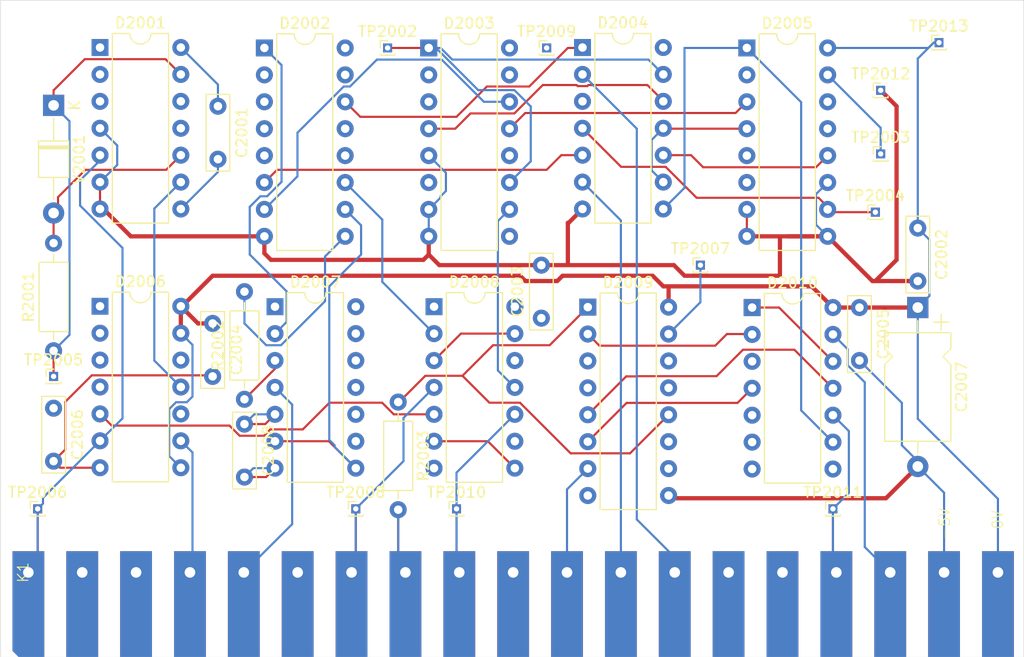
<source format=kicad_pcb>
(kicad_pcb (version 20240108) (generator "pcbnew") (generator_version "8.0")
  (title_block (title "PM2528 N20 (ADC Control)") (date "2024-08-29") (rev "1.0"))
  (layers (0 "F.Cu" signal) (31 "B.Cu" signal) (36 "B.SilkS" user "B.Silkscreen") (37 "F.SilkS" user "F.Silkscreen") (38 "B.Mask" user) (39 "F.Mask" user) (44 "Edge.Cuts" user))
  (net 0 "")
  (net 1 "HSM")
  (net 2 "RC")
  (net 3 "C20000")
  (net 4 "DN+")
  (net 5 "SRUP")
  (net 6 "COMP")
  (net 7 "XC20")
  (net 8 "-5V")
  (net 9 "SAZ")
  (net 10 "AZ")
  (net 12 "UP")
  (net 13 "POL")
  (net 14 "DN-")
  (net 16 "CP")
  (net 18 "GND2")
  (net 19 "CPC")
  (net 21 "/EC20")
  (net 22 "Net-(D2001B-R)")
  (net 23 "Net-(D2001B-D)")
  (net 24 "Net-(D2001A-~{Q})")
  (net 25 "/C20")
  (net 27 "Net-(D2002B-Q4)")
  (net 30 "/xAZ")
  (net 31 "/ECP")
  (net 33 "/~{RD}")
  (net 34 "Net-(D2002B-Q1)")
  (net 36 "/STD")
  (net 37 "/ERD")
  (net 38 "Net-(D2003A-C)")
  (net 39 "Net-(D2003A-J)")
  (net 40 "/~{CP}")
  (net 41 "/RDY")
  (net 43 "Net-(D2003B-J)")
  (net 44 "/SCP")
  (net 45 "Net-(D2005B-J)")
  (net 46 "Net-(D2005B-R)")
  (net 47 "Net-(D2004-Pad3)")
  (net 53 "Net-(D2007-Pad3)")
  (net 55 "/~{UP}")
  (net 57 "/ENC20")
  (net 59 "Net-(D2009A-J)")
  (net 60 "Net-(D2009A-K)")
  (net 61 "Net-(D2009B-J)")
  (net 62 "Net-(D2009A-~{Q})")
  (footprint "Connector_PinHeader_1.00mm:PinHeader_1x01_P1.00mm_Vertical" (layer "F.Cu") (at 104 120)
    (property "Reference" "TP2002")
    (property "Value" "TestPoint")
  )
  (footprint "Connector_PinHeader_1.00mm:PinHeader_1x01_P1.00mm_Vertical" (layer "F.Cu") (at 150.5 124)
    (property "Reference" "TP2012")
    (property "Value" "TestPoint")
  )
  (footprint "Connector_PinHeader_1.00mm:PinHeader_1x01_P1.00mm_Vertical" (layer "F.Cu") (at 146 163.5)
    (property "Reference" "TP2011")
    (property "Value" "TestPoint")
  )
  (footprint "Package_DIP:DIP-14_W7.62mm" (layer "F.Cu") (at 122.38 119.96)
    (property "Reference" "D2004")
    (property "Value" "HEF4071")
  )
  (footprint "Connector_PinHeader_1.00mm:PinHeader_1x01_P1.00mm_Vertical" (layer "F.Cu") (at 156 119.5)
    (property "Reference" "TP2013")
    (property "Value" "TestPoint")
  )
  (footprint "Connector_PinHeader_1.00mm:PinHeader_1x01_P1.00mm_Vertical" (layer "F.Cu") (at 119 120)
    (property "Reference" "TP2009")
    (property "Value" "TestPoint")
  )
  (footprint "Package_DIP:DIP-14_W7.62mm" (layer "F.Cu") (at 76.88 119.96)
    (property "Reference" "D2001")
    (property "Value" "HEF4013")
  )
  (footprint "Connector_PinHeader_1.00mm:PinHeader_1x01_P1.00mm_Vertical" (layer "F.Cu") (at 110.5 163.5)
    (property "Reference" "TP2010")
    (property "Value" "TestPoint")
  )
  (footprint "Connector_PinHeader_1.00mm:PinHeader_1x01_P1.00mm_Vertical" (layer "F.Cu") (at 101 163.5)
    (property "Reference" "TP2008")
    (property "Value" "TestPoint")
  )
  (footprint "Connector_PinHeader_1.00mm:PinHeader_1x01_P1.00mm_Vertical" (layer "F.Cu") (at 150 135.5)
    (property "Reference" "TP2004")
    (property "Value" "TestPoint")
  )
  (footprint "Capacitor_THT:C_Rect_L7.0mm_W2.0mm_P5.00mm" (layer "F.Cu") (at 148.5 144.5 -90)
    (property "Reference" "C2005")
    (property "Value" "22n")
  )
  (footprint "Capacitor_THT:C_Rect_L7.0mm_W2.0mm_P5.00mm" (layer "F.Cu") (at 87.5 146 -90)
    (property "Reference" "C2004")
    (property "Value" "22n")
  )
  (footprint "Package_DIP:DIP-14_W7.62mm" (layer "F.Cu") (at 138.38 144.5)
    (property "Reference" "D2010")
    (property "Value" "HEF4081")
  )
  (footprint "Package_DIP:DIP-16_W7.62mm" (layer "F.Cu") (at 92.38 120)
    (property "Reference" "D2002")
    (property "Value" "HEF4518")
  )
  (footprint "Capacitor_THT:C_Rect_L7.0mm_W2.0mm_P5.00mm" (layer "F.Cu") (at 72.5 154 -90)
    (property "Reference" "C2006")
    (property "Value" "100p")
  )
  (footprint "Package_DIP:DIP-16_W7.62mm" (layer "F.Cu") (at 122.88 144.46)
    (property "Reference" "D2009")
    (property "Value" "HEF4027")
  )
  (footprint "Capacitor_THT:CP_Axial_L10.0mm_D6.0mm_P15.00mm_Horizontal" (layer "F.Cu") (at 154 144.5 -90)
    (property "Reference" "C2007")
    (property "Value" "47u/10V")
  )
  (footprint "Package_DIP:DIP-14_W7.62mm" (layer "F.Cu") (at 108.38 144.42)
    (property "Reference" "D2008")
    (property "Value" "HEF4081")
  )
  (footprint "Package_DIP:DIP-14_W7.62mm" (layer "F.Cu") (at 76.88 144.38)
    (property "Reference" "D2006")
    (property "Value" "HEF4070")
  )
  (footprint "Resistor_THT:R_Axial_DIN0207_L6.3mm_D2.5mm_P10.16mm_Horizontal" (layer "F.Cu") (at 72.5 148.58 90)
    (property "Reference" "R2001")
    (property "Value" "15k4")
  )
  (footprint "Diode_THT:D_T-1_P10.16mm_Horizontal" (layer "F.Cu") (at 72.5 125.42 -90)
    (property "Reference" "V2001")
    (property "Value" "BAW62")
  )
  (footprint "Package_DIP:DIP-14_W7.62mm" (layer "F.Cu") (at 93.38 144.42)
    (property "Reference" "D2007")
    (property "Value" "HEF4081")
  )
  (footprint "Connector_PinHeader_1.00mm:PinHeader_1x01_P1.00mm_Vertical" (layer "F.Cu") (at 150.5 130)
    (property "Reference" "TP2003")
    (property "Value" "TestPoint")
  )
  (footprint "Capacitor_THT:C_Rect_L7.0mm_W2.0mm_P5.00mm" (layer "F.Cu") (at 88 125.5 -90)
    (property "Reference" "C2001")
    (property "Value" "22n")
  )
  (footprint "Package_DIP:DIP-16_W7.62mm" (layer "F.Cu") (at 107.88 120)
    (property "Reference" "D2003")
    (property "Value" "HEF4027")
  )
  (footprint "Resistor_THT:R_Axial_DIN0207_L6.3mm_D2.5mm_P10.16mm_Horizontal" (layer "F.Cu") (at 105 153.42 -90)
    (property "Reference" "R2003")
    (property "Value" "1k0")
  )
  (footprint "Package_DIP:DIP-16_W7.62mm" (layer "F.Cu") (at 137.88 120)
    (property "Reference" "D2005")
    (property "Value" "HEF4027")
  )
  (footprint "Capacitor_THT:C_Rect_L7.0mm_W2.0mm_P5.00mm" (layer "F.Cu") (at 90.5 155.5 -90)
    (property "Reference" "C2008")
    (property "Value" "2n2")
  )
  (footprint "Philips_PM2528:PM2528_RiserCardConnector" (layer "F.Cu") (at 70.12 169.5 90)
    (property "Reference" "K1")
    (property "Value" "~")
  )
  (footprint "Resistor_THT:R_Axial_DIN0207_L6.3mm_D2.5mm_P10.16mm_Horizontal" (layer "F.Cu") (at 90.5 153.16 90)
    (property "Reference" "R2002")
    (property "Value" "46k4")
  )
  (footprint "Connector_PinHeader_1.00mm:PinHeader_1x01_P1.00mm_Vertical" (layer "F.Cu") (at 72.5 151)
    (property "Reference" "TP2005")
    (property "Value" "TestPoint")
  )
  (footprint "Capacitor_THT:C_Rect_L7.0mm_W2.0mm_P5.00mm" (layer "F.Cu") (at 118.5 145.5 90)
    (property "Reference" "C2003")
    (property "Value" "22n")
  )
  (footprint "Capacitor_THT:C_Rect_L7.0mm_W2.0mm_P5.00mm" (layer "F.Cu") (at 154 137 -90)
    (property "Reference" "C2002")
    (property "Value" "22n")
  )
  (footprint "Connector_PinHeader_1.00mm:PinHeader_1x01_P1.00mm_Vertical" (layer "F.Cu") (at 71 163.5)
    (property "Reference" "TP2006")
    (property "Value" "TestPoint")
  )
  (footprint "Connector_PinHeader_1.00mm:PinHeader_1x01_P1.00mm_Vertical" (layer "F.Cu") (at 133.5 140.5)
    (property "Reference" "TP2007")
    (property "Value" "TestPoint")
  )
  (gr_rect (start 67.5 115.5) (end 164 177.5) (stroke (width 0.05)) (fill none) (layer "Edge.Cuts"))
  (segment (start 122.38 122.5) (end 127.5 127.62) (width 0.2) (layer "B.Cu") (net 1))
  (segment (start 131.08 168.08) (end 131.08 169.5) (width 0.2) (layer "B.Cu") (net 1))
  (segment (start 127.5 127.62) (end 127.5 164.5) (width 0.2) (layer "B.Cu") (net 1))
  (segment (start 127.5 164.5) (end 131.08 168.08) (width 0.2) (layer "B.Cu") (net 1))
  (segment (start 150.5 127.54) (end 150.5 130) (width 0.2) (layer "B.Cu") (net 2))
  (segment (start 147.4 148.44) (end 146 147.04) (width 0.2) (layer "B.Cu") (net 2))
  (segment (start 149 151.555635) (end 147.4 149.955635) (width 0.2) (layer "B.Cu") (net 2))
  (segment (start 147.4 149.955635) (end 147.4 148.44) (width 0.2) (layer "B.Cu") (net 2))
  (segment (start 149 167.1) (end 149 151.555635) (width 0.2) (layer "B.Cu") (net 2))
  (segment (start 151.4 169.5) (end 149 167.1) (width 0.2) (layer "B.Cu") (net 2))
  (segment (start 145.5 122.54) (end 150.5 127.54) (width 0.2) (layer "B.Cu") (net 2))
  (segment (start 101 169.1) (end 101 163.5) (width 0.2) (layer "F.Cu") (net 4))
  (segment (start 101 163.5) (end 105.5 159) (width 0.2) (layer "B.Cu") (net 4))
  (segment (start 105.5 154.92) (end 108.38 152.04) (width 0.2) (layer "B.Cu") (net 4))
  (segment (start 101 169.1) (end 101 163.5) (width 0.2) (layer "B.Cu") (net 4))
  (segment (start 105.5 159) (end 105.5 154.92) (width 0.2) (layer "B.Cu") (net 4))
  (segment (start 100.6 169.5) (end 101 169.1) (width 0.2) (layer "B.Cu") (net 4))
  (segment (start 146 149.58) (end 140.92 144.5) (width 0.2) (layer "F.Cu") (net 5))
  (segment (start 140.92 144.5) (end 138.38 144.5) (width 0.2) (layer "F.Cu") (net 5))
  (segment (start 126 136.28) (end 126 169.5) (width 0.2) (layer "B.Cu") (net 5))
  (segment (start 122.38 132.66) (end 126 136.28) (width 0.2) (layer "B.Cu") (net 5))
  (segment (start 71 168.62) (end 71 163.5) (width 0.2) (layer "F.Cu") (net 6))
  (segment (start 79 138.875635) (end 75 134.875635) (width 0.2) (layer "B.Cu") (net 6))
  (segment (start 76.88 157.08) (end 79 154.96) (width 0.2) (layer "B.Cu") (net 6))
  (segment (start 76.88 130.612182) (end 76.88 130.12) (width 0.2) (layer "B.Cu") (net 6))
  (segment (start 70.12 169.5) (end 71 168.62) (width 0.2) (layer "B.Cu") (net 6))
  (segment (start 71.5 162.46) (end 76.88 157.08) (width 0.2) (layer "B.Cu") (net 6))
  (segment (start 75 134.875635) (end 75 132.492182) (width 0.2) (layer "B.Cu") (net 6))
  (segment (start 71.5 163) (end 71.5 162.46) (width 0.2) (layer "B.Cu") (net 6))
  (segment (start 71 168.62) (end 71 163.5) (width 0.2) (layer "B.Cu") (net 6))
  (segment (start 75 132.492182) (end 76.88 130.612182) (width 0.2) (layer "B.Cu") (net 6))
  (segment (start 71 163.5) (end 71.5 163) (width 0.2) (layer "B.Cu") (net 6))
  (segment (start 79 154.96) (end 79 138.875635) (width 0.2) (layer "B.Cu") (net 6))
  (segment (start 90.44 169.5) (end 95 164.94) (width 0.2) (layer "B.Cu") (net 7))
  (segment (start 95 164.94) (end 95 153.66) (width 0.2) (layer "B.Cu") (net 7))
  (segment (start 95 153.66) (end 93.38 152.04) (width 0.2) (layer "B.Cu") (net 7))
  (segment (start 108.88 140.5) (end 107.88 139.5) (width 0.4) (layer "F.Cu") (net 8))
  (segment (start 121 136.5) (end 121 140.5) (width 0.4) (layer "F.Cu") (net 8))
  (segment (start 122.38 135.2) (end 121.08 136.5) (width 0.4) (layer "F.Cu") (net 8))
  (segment (start 151 162.5) (end 154 159.5) (width 0.4) (layer "F.Cu") (net 8))
  (segment (start 141.72 137.78) (end 145.5 137.78) (width 0.4) (layer "F.Cu") (net 8))
  (segment (start 77 135) (end 76.88 134.88) (width 0.2) (layer "F.Cu") (net 8))
  (segment (start 118.5 140.5) (end 108.88 140.5) (width 0.4) (layer "F.Cu") (net 8))
  (segment (start 154 142) (end 150 142) (width 0.4) (layer "F.Cu") (net 8))
  (segment (start 152 140) (end 150 142) (width 0.4) (layer "F.Cu") (net 8))
  (segment (start 141 141.5) (end 141 138) (width 0.4) (layer "F.Cu") (net 8))
  (segment (start 76.88 159.62) (end 73.12 159.62) (width 0.2) (layer "F.Cu") (net 8))
  (segment (start 76.88 135.2) (end 76.88 135.12) (width 0.2) (layer "F.Cu") (net 8))
  (segment (start 76.88 134.88) (end 76.88 132.66) (width 0.2) (layer "F.Cu") (net 8))
  (segment (start 92.54 160.5) (end 93.38 159.66) (width 0.2) (layer "F.Cu") (net 8))
  (segment (start 73.12 159.62) (end 72.5 159) (width 0.2) (layer "F.Cu") (net 8))
  (segment (start 150.5 124) (end 152 125.5) (width 0.4) (layer "F.Cu") (net 8))
  (segment (start 72.5 159) (end 73.6 157.9) (width 0.2) (layer "F.Cu") (net 8))
  (segment (start 107.88 139.5) (end 107.38 140) (width 0.4) (layer "F.Cu") (net 8))
  (segment (start 149.72 142) (end 145.5 137.78) (width 0.4) (layer "F.Cu") (net 8))
  (segment (start 132 141.5) (end 141 141.5) (width 0.4) (layer "F.Cu") (net 8))
  (segment (start 79.78 137.78) (end 92.38 137.78) (width 0.4) (layer "F.Cu") (net 8))
  (segment (start 121 140.5) (end 131 140.5) (width 0.4) (layer "F.Cu") (net 8))
  (segment (start 73.6 157.9) (end 73.6 153.4) (width 0.2) (layer "F.Cu") (net 8))
  (segment (start 150 142) (end 149.72 142) (width 0.4) (layer "F.Cu") (net 8))
  (segment (start 76.88 135.12) (end 77 135) (width 0.2) (layer "F.Cu") (net 8))
  (segment (start 145.5 137.78) (end 137.88 137.78) (width 0.4) (layer "F.Cu") (net 8))
  (segment (start 77 135) (end 79.78 137.78) (width 0.4) (layer "F.Cu") (net 8))
  (segment (start 130.5 162.5) (end 151 162.5) (width 0.4) (layer "F.Cu") (net 8))
  (segment (start 93 140) (end 92.38 139.38) (width 0.4) (layer "F.Cu") (net 8))
  (segment (start 121.08 136.5) (end 121 136.5) (width 0.4) (layer "F.Cu") (net 8))
  (segment (start 90.5 160.5) (end 92.54 160.5) (width 0.2) (layer "F.Cu") (net 8))
  (segment (start 92.38 139.38) (end 92.38 137.78) (width 0.4) (layer "F.Cu") (net 8))
  (segment (start 73.6 153.4) (end 76.1 150.9) (width 0.2) (layer "F.Cu") (net 8))
  (segment (start 107.38 140) (end 93 140) (width 0.4) (layer "F.Cu") (net 8))
  (segment (start 107.88 137.78) (end 107.88 139.5) (width 0.4) (layer "F.Cu") (net 8))
  (segment (start 152 125.5) (end 152 140) (width 0.4) (layer "F.Cu") (net 8))
  (segment (start 121 140.5) (end 118.5 140.5) (width 0.4) (layer "F.Cu") (net 8))
  (segment (start 137.88 135.24) (end 137.88 137.78) (width 0.2) (layer "F.Cu") (net 8))
  (segment (start 131 140.5) (end 132 141.5) (width 0.4) (layer "F.Cu") (net 8))
  (segment (start 76.1 150.9) (end 87.4 150.9) (width 0.2) (layer "F.Cu") (net 8))
  (segment (start 156.48 169.5) (end 156.48 161.98) (width 0.2) (layer "B.Cu") (net 8))
  (segment (start 93.38 159.66) (end 91.34 159.66) (width 0.2) (layer "B.Cu") (net 8))
  (segment (start 109 134) (end 109.5 133.5) (width 0.2) (layer "B.Cu") (net 8))
  (segment (start 91.34 159.66) (end 90.5 160.5) (width 0.2) (layer "B.Cu") (net 8))
  (segment (start 78.5 129.2) (end 76.88 127.58) (width 0.2) (layer "B.Cu") (net 8))
  (segment (start 152.5 157.5) (end 152.5 153.5) (width 0.2) (layer "B.Cu") (net 8))
  (segment (start 88 131.7) (end 88 130.5) (width 0.2) (layer "B.Cu") (net 8))
  (segment (start 154 159) (end 152.5 157.5) (width 0.2) (layer "B.Cu") (net 8))
  (segment (start 109 134.12) (end 109 134) (width 0.2) (layer "B.Cu") (net 8))
  (segment (start 107.88 137.78) (end 107.88 135.24) (width 0.2) (layer "B.Cu") (net 8))
  (segment (start 109.5 133.5) (end 109.5 131.78) (width 0.2) (layer "B.Cu") (net 8))
  (segment (start 154 159.5) (end 154 159) (width 0.2) (layer "B.Cu") (net 8))
  (segment (start 109.5 131.78) (end 107.88 130.16) (width 0.2) (layer "B.Cu") (net 8))
  (segment (start 145.5 132.7) (end 144.4 133.8) (width 0.2) (layer "B.Cu") (net 8))
  (segment (start 156.48 161.98) (end 154 159.5) (width 0.2) (layer "B.Cu") (net 8))
  (segment (start 84.5 135.2) (end 88 131.7) (width 0.2) (layer "B.Cu") (net 8))
  (segment (start 107.88 135.24) (end 109 134.12) (width 0.2) (layer "B.Cu") (net 8))
  (segment (start 76.88 132.66) (end 78.5 131.04) (width 0.2) (layer "B.Cu") (net 8))
  (segment (start 144.4 133.8) (end 144.4 136.68) (width 0.2) (layer "B.Cu") (net 8))
  (segment (start 78.5 131.04) (end 78.5 129.2) (width 0.2) (layer "B.Cu") (net 8))
  (segment (start 144.4 136.68) (end 145.5 137.78) (width 0.2) (layer "B.Cu") (net 8))
  (segment (start 152.5 153.5) (end 148.5 149.5) (width 0.2) (layer "B.Cu") (net 8))
  (segment (start 111.82 126.18) (end 110.38 127.62) (width 0.2) (layer "F.Cu") (net 9))
  (segment (start 121.824365 123.5) (end 118.635635 123.5) (width 0.2) (layer "F.Cu") (net 9))
  (segment (start 122.935635 123.5) (end 122.835635 123.6) (width 0.2) (layer "F.Cu") (net 9))
  (segment (start 128.5 123.5) (end 122.935635 123.5) (width 0.2) (layer "F.Cu") (net 9))
  (segment (start 130 125) (end 128.5 123.5) (width 0.2) (layer "F.Cu") (net 9))
  (segment (start 118.635635 123.5) (end 115.955635 126.18) (width 0.2) (layer "F.Cu") (net 9))
  (segment (start 122.835635 123.6) (end 121.924365 123.6) (width 0.2) (layer "F.Cu") (net 9))
  (segment (start 121.924365 123.6) (end 121.824365 123.5) (width 0.2) (layer "F.Cu") (net 9))
  (segment (start 115.955635 126.18) (end 111.82 126.18) (width 0.2) (layer "F.Cu") (net 9))
  (segment (start 110.38 127.62) (end 107.88 127.62) (width 0.2) (layer "F.Cu") (net 9))
  (segment (start 130 125.04) (end 130 125) (width 0.2) (layer "F.Cu") (net 9))
  (segment (start 120.92 161.66) (end 122.88 159.7) (width 0.2) (layer "B.Cu") (net 9))
  (segment (start 120.92 169.5) (end 120.92 161.66) (width 0.2) (layer "B.Cu") (net 9))
  (segment (start 105 168.5) (end 105 163.58) (width 0.2) (layer "F.Cu") (net 10))
  (segment (start 105.68 169.5) (end 105 168.82) (width 0.2) (layer "B.Cu") (net 10))
  (segment (start 105 168.82) (end 105 163.58) (width 0.2) (layer "B.Cu") (net 10))
  (segment (start 133.5 144) (end 133.5 140.5) (width 0.2) (layer "B.Cu") (net 12))
  (segment (start 130.5 147) (end 133.5 144) (width 0.2) (layer "B.Cu") (net 12))
  (segment (start 98.52 153.48) (end 103.48 153.48) (width 0.2) (layer "F.Cu") (net 13))
  (segment (start 104.58 154.58) (end 108.38 154.58) (width 0.2) (layer "F.Cu") (net 13))
  (segment (start 92.944365 156) (end 96 156) (width 0.2) (layer "F.Cu") (net 13))
  (segment (start 103.48 153.48) (end 104.58 154.58) (width 0.2) (layer "F.Cu") (net 13))
  (segment (start 90.044365 156.6) (end 92.344365 156.6) (width 0.2) (layer "F.Cu") (net 13))
  (segment (start 77.98 155.64) (end 89.084365 155.64) (width 0.2) (layer "F.Cu") (net 13))
  (segment (start 76.88 154.54) (end 77.98 155.64) (width 0.2) (layer "F.Cu") (net 13))
  (segment (start 96 156) (end 98.52 153.48) (width 0.2) (layer "F.Cu") (net 13))
  (segment (start 89.084365 155.64) (end 90.044365 156.6) (width 0.2) (layer "F.Cu") (net 13))
  (segment (start 92.344365 156.6) (end 92.944365 156) (width 0.2) (layer "F.Cu") (net 13))
  (segment (start 110.5 169.24) (end 110.5 163.5) (width 0.2) (layer "F.Cu") (net 14))
  (segment (start 110.5 169.24) (end 110.5 163.5) (width 0.2) (layer "B.Cu") (net 14))
  (segment (start 110.5 160.08) (end 116 154.58) (width 0.2) (layer "B.Cu") (net 14))
  (segment (start 110.76 169.5) (end 110.5 169.24) (width 0.2) (layer "B.Cu") (net 14))
  (segment (start 110.5 163.5) (end 110.5 160.08) (width 0.2) (layer "B.Cu") (net 14))
  (segment (start 85.5 169.5) (end 85.6 169.4) (width 0.2) (layer "B.Cu") (net 16))
  (segment (start 85.6 169.4) (end 85.6 158.18) (width 0.2) (layer "B.Cu") (net 16))
  (segment (start 85.36 169.5) (end 85.5 169.5) (width 0.2) (layer "B.Cu") (net 16))
  (segment (start 85.6 158.18) (end 84.5 157.08) (width 0.2) (layer "B.Cu") (net 16))
  (segment (start 120.5 141.5) (end 129 141.5) (width 0.4) (layer "F.Cu") (net 18))
  (segment (start 148.5 144.5) (end 146 144.5) (width 0.4) (layer "F.Cu") (net 18))
  (segment (start 86.12 146) (end 84.5 144.38) (width 0.4) (layer "F.Cu") (net 18))
  (segment (start 84.5 144.5) (end 87.5 141.5) (width 0.4) (layer "F.Cu") (net 18))
  (segment (start 84.5 146.92) (end 84.5 144.38) (width 0.4) (layer "F.Cu") (net 18))
  (segment (start 87.5 141.5) (end 116.5 141.5) (width 0.4) (layer "F.Cu") (net 18))
  (segment (start 87.5 146) (end 86.12 146) (width 0.4) (layer "F.Cu") (net 18))
  (segment (start 129 141.5) (end 130 142.5) (width 0.4) (layer "F.Cu") (net 18))
  (segment (start 117 142) (end 120 142) (width 0.4) (layer "F.Cu") (net 18))
  (segment (start 130 142.5) (end 130.5 142.5) (width 0.4) (layer "F.Cu") (net 18))
  (segment (start 130.5 144.46) (end 130.5 142.5) (width 0.4) (layer "F.Cu") (net 18))
  (segment (start 154 144.5) (end 148.5 144.5) (width 0.4) (layer "F.Cu") (net 18))
  (segment (start 130.5 142.5) (end 144 142.5) (width 0.4) (layer "F.Cu") (net 18))
  (segment (start 120 142) (end 120.5 141.5) (width 0.4) (layer "F.Cu") (net 18))
  (segment (start 116.5 141.5) (end 117 142) (width 0.4) (layer "F.Cu") (net 18))
  (segment (start 84.5 144.38) (end 84.5 144.5) (width 0.2) (layer "F.Cu") (net 18))
  (segment (start 144 142.5) (end 146 144.5) (width 0.4) (layer "F.Cu") (net 18))
  (segment (start 155.1 138.1) (end 154 137) (width 0.2) (layer "B.Cu") (net 18))
  (segment (start 154 121) (end 155.5 119.5) (width 0.2) (layer "B.Cu") (net 18))
  (segment (start 155 120) (end 145.5 120) (width 0.2) (layer "B.Cu") (net 18))
  (segment (start 83.4 158.52) (end 83.4 154.084365) (width 0.2) (layer "B.Cu") (net 18))
  (segment (start 154 137) (end 154 121) (width 0.2) (layer "B.Cu") (net 18))
  (segment (start 88 123.46) (end 88 125.5) (width 0.2) (layer "B.Cu") (net 18))
  (segment (start 155.5 119.5) (end 155 120) (width 0.2) (layer "B.Cu") (net 18))
  (segment (start 161.56 162.56) (end 154 155) (width 0.2) (layer "B.Cu") (net 18))
  (segment (start 155.1 143.4) (end 155.1 138.1) (width 0.2) (layer "B.Cu") (net 18))
  (segment (start 84.5 159.62) (end 83.4 158.52) (width 0.2) (layer "B.Cu") (net 18))
  (segment (start 83.4 154.084365) (end 84.044365 153.44) (width 0.2) (layer "B.Cu") (net 18))
  (segment (start 85.6 152.9) (end 85.6 148.02) (width 0.2) (layer "B.Cu") (net 18))
  (segment (start 85.6 148.02) (end 84.5 146.92) (width 0.2) (layer "B.Cu") (net 18))
  (segment (start 84.5 119.96) (end 88 123.46) (width 0.2) (layer "B.Cu") (net 18))
  (segment (start 161.56 169.5) (end 161.56 162.56) (width 0.2) (layer "B.Cu") (net 18))
  (segment (start 154 144.5) (end 155.1 143.4) (width 0.2) (layer "B.Cu") (net 18))
  (segment (start 85.06 153.44) (end 85.6 152.9) (width 0.2) (layer "B.Cu") (net 18))
  (segment (start 84.044365 153.44) (end 85.06 153.44) (width 0.2) (layer "B.Cu") (net 18))
  (segment (start 155.5 119.5) (end 156 119.5) (width 0.2) (layer "B.Cu") (net 18))
  (segment (start 154 155) (end 154 144.5) (width 0.2) (layer "B.Cu") (net 18))
  (segment (start 146 169.18) (end 146 163.5) (width 0.2) (layer "F.Cu") (net 19))
  (segment (start 147.5 156.16) (end 146 154.66) (width 0.2) (layer "B.Cu") (net 19))
  (segment (start 146.32 169.5) (end 146 169.18) (width 0.2) (layer "B.Cu") (net 19))
  (segment (start 146 163.5) (end 147.5 162) (width 0.2) (layer "B.Cu") (net 19))
  (segment (start 147.5 162) (end 147.5 156.16) (width 0.2) (layer "B.Cu") (net 19))
  (segment (start 146 169.18) (end 146 163.5) (width 0.2) (layer "B.Cu") (net 19))
  (segment (start 83.12 131.5) (end 84.5 130.12) (width 0.2) (layer "F.Cu") (net 22))
  (segment (start 72.92 134.08) (end 75.5 131.5) (width 0.2) (layer "F.Cu") (net 22))
  (segment (start 72.5 135.58) (end 72.5 138.42) (width 0.2) (layer "F.Cu") (net 22))
  (segment (start 72.92 135.58) (end 72.92 134.08) (width 0.2) (layer "F.Cu") (net 22))
  (segment (start 75.5 131.5) (end 83.12 131.5) (width 0.2) (layer "F.Cu") (net 22))
  (segment (start 82 135.16) (end 82 149.5) (width 0.2) (layer "B.Cu") (net 23))
  (segment (start 82 149.5) (end 84.5 152) (width 0.2) (layer "B.Cu") (net 23))
  (segment (start 84.5 132.66) (end 82 135.16) (width 0.2) (layer "B.Cu") (net 23))
  (segment (start 75.44 121.06) (end 83.06 121.06) (width 0.2) (layer "F.Cu") (net 25))
  (segment (start 98.46 157.12) (end 101 159.66) (width 0.2) (layer "F.Cu") (net 25))
  (segment (start 72.5 148.58) (end 72.5 151) (width 0.2) (layer "F.Cu") (net 25))
  (segment (start 93.38 157.12) (end 98.46 157.12) (width 0.2) (layer "F.Cu") (net 25))
  (segment (start 72.5 125.42) (end 72.5 124) (width 0.2) (layer "F.Cu") (net 25))
  (segment (start 72.5 124) (end 75.44 121.06) (width 0.2) (layer "F.Cu") (net 25))
  (segment (start 83.06 121.06) (end 84.5 122.5) (width 0.2) (layer "F.Cu") (net 25))
  (segment (start 99 157.66) (end 101 159.66) (width 0.2) (layer "B.Cu") (net 25))
  (segment (start 72.5 125.42) (end 74 126.92) (width 0.2) (layer "B.Cu") (net 25))
  (segment (start 100 135.24) (end 101.5 136.74) (width 0.2) (layer "B.Cu") (net 25))
  (segment (start 101.5 139.5) (end 98.5 142.5) (width 0.2) (layer "B.Cu") (net 25))
  (segment (start 98.5 142.5) (end 98.5 157) (width 0.2) (layer "B.Cu") (net 25))
  (segment (start 98.5 157) (end 99 157.5) (width 0.2) (layer "B.Cu") (net 25))
  (segment (start 99 157.5) (end 99 157.66) (width 0.2) (layer "B.Cu") (net 25))
  (segment (start 74 126.92) (end 74 147.08) (width 0.2) (layer "B.Cu") (net 25))
  (segment (start 101.5 136.74) (end 101.5 139.5) (width 0.2) (layer "B.Cu") (net 25))
  (segment (start 74 147.08) (end 72.5 148.58) (width 0.2) (layer "B.Cu") (net 25))
  (segment (start 122.46 119.96) (end 122.5 120) (width 0.2) (layer "F.Cu") (net 27))
  (segment (start 101.42 126.5) (end 100 125.08) (width 0.2) (layer "F.Cu") (net 27))
  (segment (start 121 120) (end 117.36 123.64) (width 0.2) (layer "F.Cu") (net 27))
  (segment (start 113.36 123.64) (end 110.5 126.5) (width 0.2) (layer "F.Cu") (net 27))
  (segment (start 122.38 119.96) (end 122.46 119.96) (width 0.2) (layer "F.Cu") (net 27))
  (segment (start 117.36 123.64) (end 113.36 123.64) (width 0.2) (layer "F.Cu") (net 27))
  (segment (start 122.5 120) (end 121 120) (width 0.2) (layer "F.Cu") (net 27))
  (segment (start 110.5 126.5) (end 101.42 126.5) (width 0.2) (layer "F.Cu") (net 27))
  (segment (start 105 153.5) (end 107.56 150.94) (width 0.2) (layer "F.Cu") (net 30))
  (segment (start 113.6 153.48) (end 111.06 150.94) (width 0.2) (layer "F.Cu") (net 30))
  (segment (start 121.26 158.26) (end 116.48 153.48) (width 0.2) (layer "F.Cu") (net 30))
  (segment (start 116.48 153.48) (end 113.6 153.48) (width 0.2) (layer "F.Cu") (net 30))
  (segment (start 107.56 150.94) (end 111.06 150.94) (width 0.2) (layer "F.Cu") (net 30))
  (segment (start 113.94 148.06) (end 119.28 148.06) (width 0.2) (layer "F.Cu") (net 30))
  (segment (start 130.5 154.62) (end 126.86 158.26) (width 0.2) (layer "F.Cu") (net 30))
  (segment (start 126.86 158.26) (end 121.26 158.26) (width 0.2) (layer "F.Cu") (net 30))
  (segment (start 119.28 148.06) (end 122.88 144.46) (width 0.2) (layer "F.Cu") (net 30))
  (segment (start 111.06 150.94) (end 113.94 148.06) (width 0.2) (layer "F.Cu") (net 30))
  (segment (start 94.48 142.98) (end 94.48 145.86) (width 0.2) (layer "B.Cu") (net 31))
  (segment (start 143 154.2) (end 146 157.2) (width 0.2) (layer "B.Cu") (net 31))
  (segment (start 143 125.12) (end 143 154.2) (width 0.2) (layer "B.Cu") (net 31))
  (segment (start 91 139.5) (end 94.48 142.98) (width 0.2) (layer "B.Cu") (net 31))
  (segment (start 137.88 120) (end 132 120) (width 0.2) (layer "B.Cu") (net 31))
  (segment (start 94 121.62) (end 94 132.635635) (width 0.2) (layer "B.Cu") (net 31))
  (segment (start 132 120) (end 132 133.2) (width 0.2) (layer "B.Cu") (net 31))
  (segment (start 92.635635 134) (end 92 134) (width 0.2) (layer "B.Cu") (net 31))
  (segment (start 94 132.635635) (end 92.635635 134) (width 0.2) (layer "B.Cu") (net 31))
  (segment (start 132 133.2) (end 130 135.2) (width 0.2) (layer "B.Cu") (net 31))
  (segment (start 137.88 120) (end 143 125.12) (width 0.2) (layer "B.Cu") (net 31))
  (segment (start 91 135) (end 91 139.5) (width 0.2) (layer "B.Cu") (net 31))
  (segment (start 94.48 145.86) (end 93.38 146.96) (width 0.2) (layer "B.Cu") (net 31))
  (segment (start 92 134) (end 91 135) (width 0.2) (layer "B.Cu") (net 31))
  (segment (start 92.38 120) (end 94 121.62) (width 0.2) (layer "B.Cu") (net 31))
  (segment (start 109.1 121.1) (end 102.995635 121.1) (width 0.2) (layer "B.Cu") (net 33))
  (segment (start 115.5 125.08) (end 113.08 125.08) (width 0.2) (layer "B.Cu") (net 33))
  (segment (start 100.455635 123.64) (end 99.86 123.64) (width 0.2) (layer "B.Cu") (net 33))
  (segment (start 95.5 128) (end 95.5 132.12) (width 0.2) (layer "B.Cu") (net 33))
  (segment (start 99.86 123.64) (end 95.5 128) (width 0.2) (layer "B.Cu") (net 33))
  (segment (start 95.5 132.12) (end 92.38 135.24) (width 0.2) (layer "B.Cu") (net 33))
  (segment (start 102.995635 121.1) (end 100.455635 123.64) (width 0.2) (layer "B.Cu") (net 33))
  (segment (start 113.08 125.08) (end 109.1 121.1) (width 0.2) (layer "B.Cu") (net 33))
  (segment (start 103.5 142.08) (end 103.5 136.2) (width 0.2) (layer "B.Cu") (net 34))
  (segment (start 108.38 146.96) (end 103.5 142.08) (width 0.2) (layer "B.Cu") (net 34))
  (segment (start 103.5 136.2) (end 100 132.7) (width 0.2) (layer "B.Cu") (net 34))
  (segment (start 119 131.5) (end 93.58 131.5) (width 0.2) (layer "F.Cu") (net 36))
  (segment (start 120.38 130.12) (end 119 131.5) (width 0.2) (layer "F.Cu") (net 36))
  (segment (start 122.38 130.12) (end 120.38 130.12) (width 0.2) (layer "F.Cu") (net 36))
  (segment (start 93.58 131.5) (end 92.38 132.7) (width 0.2) (layer "F.Cu") (net 36))
  (segment (start 92.46 155.5) (end 93.38 154.58) (width 0.2) (layer "F.Cu") (net 37))
  (segment (start 90.5 155.5) (end 92.46 155.5) (width 0.2) (layer "F.Cu") (net 37))
  (segment (start 100 137.78) (end 98.1 139.68) (width 0.2) (layer "B.Cu") (net 37))
  (segment (start 98.1 143.9) (end 93.94 148.06) (width 0.2) (layer "B.Cu") (net 37))
  (segment (start 93.38 154.58) (end 91.42 154.58) (width 0.2) (layer "B.Cu") (net 37))
  (segment (start 98.1 139.68) (end 98.1 143.9) (width 0.2) (layer "B.Cu") (net 37))
  (segment (start 92.56 148.06) (end 90.5 146) (width 0.2) (layer "B.Cu") (net 37))
  (segment (start 93.94 148.06) (end 92.56 148.06) (width 0.2) (layer "B.Cu") (net 37))
  (segment (start 91.42 154.58) (end 90.5 155.5) (width 0.2) (layer "B.Cu") (net 37))
  (segment (start 90.5 146) (end 90.5 143) (width 0.2) (layer "B.Cu") (net 37))
  (segment (start 113.46 157.12) (end 116 159.66) (width 0.2) (layer "F.Cu") (net 39))
  (segment (start 108.38 157.12) (end 113.46 157.12) (width 0.2) (layer "F.Cu") (net 39))
  (segment (start 137.58 125.08) (end 137.5 125) (width 0.2) (layer "F.Cu") (net 40))
  (segment (start 116.98 126.14) (end 115.5 127.62) (width 0.2) (layer "F.Cu") (net 40))
  (segment (start 137.88 125.08) (end 137.58 125.08) (width 0.2) (layer "F.Cu") (net 40))
  (segment (start 137.88 125.08) (end 136.82 126.14) (width 0.2) (layer "F.Cu") (net 40))
  (segment (start 136.82 126.14) (end 116.98 126.14) (width 0.2) (layer "F.Cu") (net 40))
  (segment (start 104 120) (end 107.88 120) (width 0.2) (layer "F.Cu") (net 41))
  (segment (start 112.545686 123.98) (end 108.565686 120) (width 0.2) (layer "B.Cu") (net 41))
  (segment (start 110.1 121.1) (end 109 120) (width 0.2) (layer "B.Cu") (net 41))
  (segment (start 130 122.5) (end 128.6 121.1) (width 0.2) (layer "B.Cu") (net 41))
  (segment (start 117.5 125.524365) (end 115.955635 123.98) (width 0.2) (layer "B.Cu") (net 41))
  (segment (start 115.955635 123.98) (end 112.545686 123.98) (width 0.2) (layer "B.Cu") (net 41))
  (segment (start 117.5 130.7) (end 117.5 125.524365) (width 0.2) (layer "B.Cu") (net 41))
  (segment (start 109 120) (end 107.88 120) (width 0.2) (layer "B.Cu") (net 41))
  (segment (start 115.5 132.7) (end 117.5 130.7) (width 0.2) (layer "B.Cu") (net 41))
  (segment (start 108.565686 120) (end 107.88 120) (width 0.2) (layer "B.Cu") (net 41))
  (segment (start 128.6 121.1) (end 110.1 121.1) (width 0.2) (layer "B.Cu") (net 41))
  (segment (start 114.4 136.34) (end 114.4 150.44) (width 0.2) (layer "B.Cu") (net 43))
  (segment (start 115.5 135.24) (end 114.4 136.34) (width 0.2) (layer "B.Cu") (net 43))
  (segment (start 114.4 150.44) (end 116 152.04) (width 0.2) (layer "B.Cu") (net 43))
  (segment (start 137.88 127.62) (end 138 127.5) (width 0.2) (layer "F.Cu") (net 44))
  (segment (start 137.88 127.62) (end 130.04 127.62) (width 0.2) (layer "F.Cu") (net 44))
  (segment (start 130.04 127.62) (end 130 127.58) (width 0.2) (layer "F.Cu") (net 44))
  (segment (start 128.9 131.56) (end 128.9 128.68) (width 0.2) (layer "B.Cu") (net 44))
  (segment (start 130 132.66) (end 128.9 131.56) (width 0.2) (layer "B.Cu") (net 44))
  (segment (start 128.9 128.68) (end 130 127.58) (width 0.2) (layer "B.Cu") (net 44))
  (segment (start 145.5 135) (end 144.64 134.14) (width 0.2) (layer "F.Cu") (net 45))
  (segment (start 126.02 131.22) (end 122.38 127.58) (width 0.2) (layer "F.Cu") (net 45))
  (segment (start 145.5 135.24) (end 145.5 135) (width 0.2) (layer "F.Cu") (net 45))
  (segment (start 133.14 134.14) (end 130.22 131.22) (width 0.2) (layer "F.Cu") (net 45))
  (segment (start 130.22 131.22) (end 126.02 131.22) (width 0.2) (layer "F.Cu") (net 45))
  (segment (start 144.64 134.14) (end 133.14 134.14) (width 0.2) (layer "F.Cu") (net 45))
  (segment (start 150 135.5) (end 145.76 135.5) (width 0.2) (layer "F.Cu") (net 45))
  (segment (start 130 130.12) (end 132.62 130.12) (width 0.2) (layer "F.Cu") (net 46))
  (segment (start 144.4 131.26) (end 145.5 130.16) (width 0.2) (layer "F.Cu") (net 46))
  (segment (start 132.62 130.12) (end 133.76 131.26) (width 0.2) (layer "F.Cu") (net 46))
  (segment (start 133.76 131.26) (end 144.4 131.26) (width 0.2) (layer "F.Cu") (net 46))
  (segment (start 90.5 153.16) (end 93.38 150.28) (width 0.2) (layer "F.Cu") (net 53))
  (segment (start 93.38 150.28) (end 93.38 149.5) (width 0.2) (layer "F.Cu") (net 53))
  (segment (start 108.38 149.5) (end 110.92 146.96) (width 0.2) (layer "F.Cu") (net 57))
  (segment (start 110.92 146.96) (end 116 146.96) (width 0.2) (layer "F.Cu") (net 57))
  (segment (start 137 153.5) (end 138.38 152.12) (width 0.2) (layer "F.Cu") (net 59))
  (segment (start 126.54 153.5) (end 137 153.5) (width 0.2) (layer "F.Cu") (net 59))
  (segment (start 122.88 157.16) (end 126.54 153.5) (width 0.2) (layer "F.Cu") (net 59))
  (segment (start 127.52 150.98) (end 135.02 150.98) (width 0.2) (layer "F.Cu") (net 60))
  (segment (start 135.02 150.98) (end 137.52 148.48) (width 0.2) (layer "F.Cu") (net 60))
  (segment (start 126.5 151) (end 127.5 151) (width 0.2) (layer "F.Cu") (net 60))
  (segment (start 137.52 148.48) (end 142.36 148.48) (width 0.2) (layer "F.Cu") (net 60))
  (segment (start 127.5 151) (end 127.52 150.98) (width 0.2) (layer "F.Cu") (net 60))
  (segment (start 122.88 154.62) (end 126.5 151) (width 0.2) (layer "F.Cu") (net 60))
  (segment (start 142.36 148.48) (end 146 152.12) (width 0.2) (layer "F.Cu") (net 60))
  (segment (start 138.34 147) (end 138.38 147.04) (width 0.2) (layer "F.Cu") (net 62))
  (segment (start 122.88 147) (end 123.98 148.1) (width 0.2) (layer "F.Cu") (net 62))
  (segment (start 123.98 148.1) (end 134.9 148.1) (width 0.2) (layer "F.Cu") (net 62))
  (segment (start 134.9 148.1) (end 136 147) (width 0.2) (layer "F.Cu") (net 62))
  (segment (start 136 147) (end 138.34 147) (width 0.2) (layer "F.Cu") (net 62))
)
</source>
